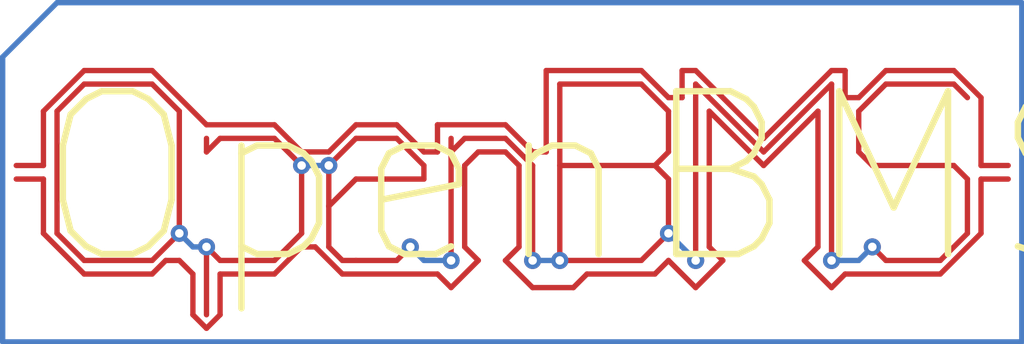
<source format=kicad_pcb>
(kicad_pcb (version 20171130) (host pcbnew 5.1.4-e60b266~84~ubuntu18.04.1)

  (general
    (thickness 1.6)
    (drawings 1)
    (tracks 162)
    (zones 0)
    (modules 0)
    (nets 1)
  )

  (page A4)
  (layers
    (0 F.Cu signal)
    (31 B.Cu signal)
    (32 B.Adhes user)
    (33 F.Adhes user)
    (34 B.Paste user)
    (35 F.Paste user)
    (36 B.SilkS user)
    (37 F.SilkS user hide)
    (38 B.Mask user)
    (39 F.Mask user)
    (40 Dwgs.User user)
    (41 Cmts.User user)
    (42 Eco1.User user)
    (43 Eco2.User user)
    (44 Edge.Cuts user)
    (45 Margin user)
    (46 B.CrtYd user)
    (47 F.CrtYd user)
    (48 B.Fab user)
    (49 F.Fab user)
  )

  (setup
    (last_trace_width 0.25)
    (trace_clearance 0.2)
    (zone_clearance 0.508)
    (zone_45_only no)
    (trace_min 0.2)
    (via_size 0.8)
    (via_drill 0.4)
    (via_min_size 0.4)
    (via_min_drill 0.3)
    (uvia_size 0.3)
    (uvia_drill 0.1)
    (uvias_allowed no)
    (uvia_min_size 0.2)
    (uvia_min_drill 0.1)
    (edge_width 0.1)
    (segment_width 0.2)
    (pcb_text_width 0.3)
    (pcb_text_size 1.5 1.5)
    (mod_edge_width 0.15)
    (mod_text_size 1 1)
    (mod_text_width 0.15)
    (pad_size 1.524 1.524)
    (pad_drill 0.762)
    (pad_to_mask_clearance 0)
    (aux_axis_origin 0 0)
    (visible_elements FFFFEF7F)
    (pcbplotparams
      (layerselection 0x010fc_ffffffff)
      (usegerberextensions false)
      (usegerberattributes false)
      (usegerberadvancedattributes false)
      (creategerberjobfile false)
      (excludeedgelayer true)
      (linewidth 0.100000)
      (plotframeref false)
      (viasonmask false)
      (mode 1)
      (useauxorigin false)
      (hpglpennumber 1)
      (hpglpenspeed 20)
      (hpglpendiameter 15.000000)
      (psnegative false)
      (psa4output false)
      (plotreference true)
      (plotvalue true)
      (plotinvisibletext false)
      (padsonsilk false)
      (subtractmaskfromsilk false)
      (outputformat 1)
      (mirror false)
      (drillshape 1)
      (scaleselection 1)
      (outputdirectory ""))
  )

  (net 0 "")

  (net_class Default "This is the default net class."
    (clearance 0.2)
    (trace_width 0.25)
    (via_dia 0.8)
    (via_drill 0.4)
    (uvia_dia 0.3)
    (uvia_drill 0.1)
  )

  (gr_text OpenBMS (at 127 101.6) (layer F.SilkS)
    (effects (font (size 7.62 7.62) (thickness 0.3)))
  )

  (segment (start 102.235 104.14) (end 102.235 98.425) (width 0.25) (layer F.Cu) (net 0))
  (segment (start 102.235 98.425) (end 103.505 97.155) (width 0.25) (layer F.Cu) (net 0))
  (segment (start 103.505 97.155) (end 106.68 97.155) (width 0.25) (layer F.Cu) (net 0))
  (segment (start 106.68 97.155) (end 107.95 98.425) (width 0.25) (layer F.Cu) (net 0))
  (segment (start 107.95 98.425) (end 107.95 104.14) (width 0.25) (layer F.Cu) (net 0))
  (segment (start 107.95 104.14) (end 106.68 105.41) (width 0.25) (layer F.Cu) (net 0))
  (segment (start 106.68 105.41) (end 103.505 105.41) (width 0.25) (layer F.Cu) (net 0))
  (segment (start 103.505 105.41) (end 102.235 104.14) (width 0.25) (layer F.Cu) (net 0))
  (segment (start 109.22 100.33) (end 109.855 99.695) (width 0.25) (layer F.Cu) (net 0))
  (segment (start 109.22 99.695) (end 109.22 100.33) (width 0.25) (layer F.Cu) (net 0))
  (segment (start 109.855 99.695) (end 112.395 99.695) (width 0.25) (layer F.Cu) (net 0))
  (segment (start 112.395 99.695) (end 113.665 100.965) (width 0.25) (layer F.Cu) (net 0))
  (segment (start 113.665 100.965) (end 113.665 104.14) (width 0.25) (layer F.Cu) (net 0))
  (segment (start 113.665 104.14) (end 112.395 105.41) (width 0.25) (layer F.Cu) (net 0))
  (segment (start 112.395 105.41) (end 109.855 105.41) (width 0.25) (layer F.Cu) (net 0))
  (segment (start 109.855 105.41) (end 109.22 104.775) (width 0.25) (layer F.Cu) (net 0))
  (segment (start 109.22 104.775) (end 109.22 107.95) (width 0.25) (layer F.Cu) (net 0))
  (segment (start 118.745 104.775) (end 118.11 105.41) (width 0.25) (layer F.Cu) (net 0))
  (segment (start 118.11 105.41) (end 116.205 105.41) (width 0.25) (layer F.Cu) (net 0))
  (segment (start 116.205 105.41) (end 115.57 105.41) (width 0.25) (layer F.Cu) (net 0))
  (segment (start 115.57 105.41) (end 114.935 104.775) (width 0.25) (layer F.Cu) (net 0))
  (segment (start 114.935 100.965) (end 116.205 99.695) (width 0.25) (layer F.Cu) (net 0))
  (segment (start 116.205 99.695) (end 118.11 99.695) (width 0.25) (layer F.Cu) (net 0))
  (segment (start 118.11 99.695) (end 119.38 100.965) (width 0.25) (layer F.Cu) (net 0))
  (segment (start 119.38 100.965) (end 119.38 101.6) (width 0.25) (layer F.Cu) (net 0))
  (segment (start 120.65 100.33) (end 120.65 105.41) (width 0.25) (layer F.Cu) (net 0))
  (segment (start 120.65 99.695) (end 120.65 100.33) (width 0.25) (layer F.Cu) (net 0))
  (segment (start 124.46 100.965) (end 124.46 105.41) (width 0.25) (layer F.Cu) (net 0))
  (segment (start 123.19 99.695) (end 124.46 100.965) (width 0.25) (layer F.Cu) (net 0))
  (segment (start 120.65 100.33) (end 121.285 99.695) (width 0.25) (layer F.Cu) (net 0))
  (segment (start 121.285 99.695) (end 123.19 99.695) (width 0.25) (layer F.Cu) (net 0))
  (segment (start 125.73 97.155) (end 125.73 105.41) (width 0.25) (layer F.Cu) (net 0))
  (segment (start 125.73 105.41) (end 129.54 105.41) (width 0.25) (layer F.Cu) (net 0))
  (segment (start 129.54 105.41) (end 130.81 104.14) (width 0.25) (layer F.Cu) (net 0))
  (segment (start 130.81 104.14) (end 130.81 101.6) (width 0.25) (layer F.Cu) (net 0))
  (segment (start 130.81 101.6) (end 130.175 100.965) (width 0.25) (layer F.Cu) (net 0))
  (segment (start 130.175 100.965) (end 130.81 100.33) (width 0.25) (layer F.Cu) (net 0))
  (segment (start 130.81 100.33) (end 130.81 98.425) (width 0.25) (layer F.Cu) (net 0))
  (segment (start 130.81 98.425) (end 129.54 97.155) (width 0.25) (layer F.Cu) (net 0))
  (segment (start 129.54 97.155) (end 125.73 97.155) (width 0.25) (layer F.Cu) (net 0))
  (segment (start 130.175 100.965) (end 125.73 100.965) (width 0.25) (layer F.Cu) (net 0))
  (segment (start 132.08 105.41) (end 132.08 97.155) (width 0.25) (layer F.Cu) (net 0))
  (segment (start 132.08 97.155) (end 135.255 100.33) (width 0.25) (layer F.Cu) (net 0))
  (segment (start 135.255 100.33) (end 138.43 97.155) (width 0.25) (layer F.Cu) (net 0))
  (segment (start 138.43 97.155) (end 138.43 105.41) (width 0.25) (layer F.Cu) (net 0))
  (segment (start 144.78 97.79) (end 144.145 97.155) (width 0.25) (layer F.Cu) (net 0))
  (segment (start 144.145 97.155) (end 140.97 97.155) (width 0.25) (layer F.Cu) (net 0))
  (segment (start 140.97 97.155) (end 139.7 98.425) (width 0.25) (layer F.Cu) (net 0))
  (segment (start 139.7 98.425) (end 139.7 100.33) (width 0.25) (layer F.Cu) (net 0))
  (segment (start 139.7 100.33) (end 140.335 100.965) (width 0.25) (layer F.Cu) (net 0))
  (segment (start 140.335 100.965) (end 144.145 100.965) (width 0.25) (layer F.Cu) (net 0))
  (segment (start 144.145 100.965) (end 144.78 101.6) (width 0.25) (layer F.Cu) (net 0))
  (segment (start 144.78 101.6) (end 144.78 104.14) (width 0.25) (layer F.Cu) (net 0))
  (segment (start 144.78 104.14) (end 143.51 105.41) (width 0.25) (layer F.Cu) (net 0))
  (segment (start 143.51 105.41) (end 140.97 105.41) (width 0.25) (layer F.Cu) (net 0))
  (segment (start 140.97 105.41) (end 140.335 104.775) (width 0.25) (layer F.Cu) (net 0))
  (segment (start 114.935 104.775) (end 114.935 102.87) (width 0.25) (layer F.Cu) (net 0))
  (segment (start 116.205 101.6) (end 114.935 102.87) (width 0.25) (layer F.Cu) (net 0))
  (segment (start 119.38 101.6) (end 116.205 101.6) (width 0.25) (layer F.Cu) (net 0))
  (segment (start 114.935 102.87) (end 114.935 100.965) (width 0.25) (layer F.Cu) (net 0))
  (via (at 138.43 105.41) (size 0.8) (drill 0.4) (layers F.Cu B.Cu) (net 0))
  (via (at 132.08 105.41) (size 0.8) (drill 0.4) (layers F.Cu B.Cu) (net 0))
  (via (at 140.335 104.775) (size 0.8) (drill 0.4) (layers F.Cu B.Cu) (net 0))
  (segment (start 139.7 105.41) (end 140.335 104.775) (width 0.25) (layer B.Cu) (net 0))
  (segment (start 138.43 105.41) (end 139.7 105.41) (width 0.25) (layer B.Cu) (net 0))
  (via (at 130.81 104.14) (size 0.8) (drill 0.4) (layers F.Cu B.Cu) (net 0))
  (segment (start 132.08 105.41) (end 130.81 104.14) (width 0.25) (layer B.Cu) (net 0))
  (via (at 124.46 105.41) (size 0.8) (drill 0.4) (layers F.Cu B.Cu) (net 0))
  (via (at 125.73 105.41) (size 0.8) (drill 0.4) (layers F.Cu B.Cu) (net 0))
  (segment (start 125.73 105.41) (end 124.46 105.41) (width 0.25) (layer B.Cu) (net 0))
  (via (at 120.65 105.41) (size 0.8) (drill 0.4) (layers F.Cu B.Cu) (net 0))
  (via (at 118.745 104.775) (size 0.8) (drill 0.4) (layers F.Cu B.Cu) (net 0))
  (segment (start 120.65 105.41) (end 119.38 105.41) (width 0.25) (layer B.Cu) (net 0))
  (segment (start 119.38 105.41) (end 118.745 104.775) (width 0.25) (layer B.Cu) (net 0))
  (via (at 113.665 100.965) (size 0.8) (drill 0.4) (layers F.Cu B.Cu) (net 0))
  (via (at 114.935 100.965) (size 0.8) (drill 0.4) (layers F.Cu B.Cu) (net 0))
  (segment (start 114.935 100.965) (end 113.665 100.965) (width 0.25) (layer B.Cu) (net 0))
  (via (at 109.22 104.775) (size 0.8) (drill 0.4) (layers F.Cu B.Cu) (net 0))
  (via (at 107.95 104.14) (size 0.8) (drill 0.4) (layers F.Cu B.Cu) (net 0))
  (segment (start 109.22 104.775) (end 108.585 104.775) (width 0.25) (layer B.Cu) (net 0))
  (segment (start 108.585 104.775) (end 107.95 104.14) (width 0.25) (layer B.Cu) (net 0))
  (segment (start 145.415 100.965) (end 146.685 100.965) (width 0.25) (layer F.Cu) (net 0))
  (segment (start 144.145 96.52) (end 145.415 97.79) (width 0.25) (layer F.Cu) (net 0))
  (segment (start 140.97 96.52) (end 144.145 96.52) (width 0.25) (layer F.Cu) (net 0))
  (segment (start 145.415 97.79) (end 145.415 100.965) (width 0.25) (layer F.Cu) (net 0))
  (segment (start 139.065 96.52) (end 139.065 97.79) (width 0.25) (layer F.Cu) (net 0))
  (segment (start 138.43 96.52) (end 139.065 96.52) (width 0.25) (layer F.Cu) (net 0))
  (segment (start 135.255 99.695) (end 138.43 96.52) (width 0.25) (layer F.Cu) (net 0))
  (segment (start 132.08 96.52) (end 135.255 99.695) (width 0.25) (layer F.Cu) (net 0))
  (segment (start 131.445 96.52) (end 132.08 96.52) (width 0.25) (layer F.Cu) (net 0))
  (segment (start 131.445 97.79) (end 131.445 96.52) (width 0.25) (layer F.Cu) (net 0))
  (segment (start 130.81 97.79) (end 131.445 97.79) (width 0.25) (layer F.Cu) (net 0))
  (segment (start 139.7 97.79) (end 140.97 96.52) (width 0.25) (layer F.Cu) (net 0))
  (segment (start 125.095 96.52) (end 129.54 96.52) (width 0.25) (layer F.Cu) (net 0))
  (segment (start 139.065 97.79) (end 139.7 97.79) (width 0.25) (layer F.Cu) (net 0))
  (segment (start 125.095 100.33) (end 125.095 96.52) (width 0.25) (layer F.Cu) (net 0))
  (segment (start 114.935 100.33) (end 116.205 99.06) (width 0.25) (layer F.Cu) (net 0))
  (segment (start 101.6 98.425) (end 103.505 96.52) (width 0.25) (layer F.Cu) (net 0))
  (segment (start 129.54 96.52) (end 130.81 97.79) (width 0.25) (layer F.Cu) (net 0))
  (segment (start 103.505 96.52) (end 106.68 96.52) (width 0.25) (layer F.Cu) (net 0))
  (segment (start 109.22 99.06) (end 112.395 99.06) (width 0.25) (layer F.Cu) (net 0))
  (segment (start 113.665 100.33) (end 114.935 100.33) (width 0.25) (layer F.Cu) (net 0))
  (segment (start 124.46 100.33) (end 125.095 100.33) (width 0.25) (layer F.Cu) (net 0))
  (segment (start 116.205 99.06) (end 118.11 99.06) (width 0.25) (layer F.Cu) (net 0))
  (segment (start 100.33 100.965) (end 101.6 100.965) (width 0.25) (layer F.Cu) (net 0))
  (segment (start 106.68 96.52) (end 109.22 99.06) (width 0.25) (layer F.Cu) (net 0))
  (segment (start 101.6 100.965) (end 101.6 98.425) (width 0.25) (layer F.Cu) (net 0))
  (segment (start 120.015 99.06) (end 123.19 99.06) (width 0.25) (layer F.Cu) (net 0))
  (segment (start 118.11 99.06) (end 119.38 100.33) (width 0.25) (layer F.Cu) (net 0))
  (segment (start 119.38 100.33) (end 120.015 100.33) (width 0.25) (layer F.Cu) (net 0))
  (segment (start 120.015 100.33) (end 120.015 99.06) (width 0.25) (layer F.Cu) (net 0))
  (segment (start 112.395 99.06) (end 113.665 100.33) (width 0.25) (layer F.Cu) (net 0))
  (segment (start 123.19 99.06) (end 124.46 100.33) (width 0.25) (layer F.Cu) (net 0))
  (segment (start 145.415 101.6) (end 146.685 101.6) (width 0.25) (layer F.Cu) (net 0))
  (segment (start 145.415 104.14) (end 145.415 101.6) (width 0.25) (layer F.Cu) (net 0))
  (segment (start 143.51 106.045) (end 145.415 104.14) (width 0.25) (layer F.Cu) (net 0))
  (segment (start 139.065 106.045) (end 143.51 106.045) (width 0.25) (layer F.Cu) (net 0))
  (segment (start 109.22 108.585) (end 109.855 107.95) (width 0.25) (layer F.Cu) (net 0))
  (segment (start 108.585 107.95) (end 109.22 108.585) (width 0.25) (layer F.Cu) (net 0))
  (segment (start 109.855 107.95) (end 109.855 106.045) (width 0.25) (layer F.Cu) (net 0))
  (segment (start 100.33 101.6) (end 101.6 101.6) (width 0.25) (layer F.Cu) (net 0))
  (segment (start 109.855 106.045) (end 112.395 106.045) (width 0.25) (layer F.Cu) (net 0))
  (segment (start 130.175 106.045) (end 130.81 105.41) (width 0.25) (layer F.Cu) (net 0))
  (segment (start 114.3 104.775) (end 115.57 106.045) (width 0.25) (layer F.Cu) (net 0))
  (segment (start 132.715 98.425) (end 135.255 100.965) (width 0.25) (layer F.Cu) (net 0))
  (segment (start 137.16 105.41) (end 138.43 106.68) (width 0.25) (layer F.Cu) (net 0))
  (segment (start 126.365 106.68) (end 127 106.045) (width 0.25) (layer F.Cu) (net 0))
  (segment (start 120.65 106.68) (end 121.92 105.41) (width 0.25) (layer F.Cu) (net 0))
  (segment (start 121.92 100.33) (end 123.19 100.33) (width 0.25) (layer F.Cu) (net 0))
  (segment (start 137.795 104.775) (end 137.16 105.41) (width 0.25) (layer F.Cu) (net 0))
  (segment (start 124.46 106.68) (end 126.365 106.68) (width 0.25) (layer F.Cu) (net 0))
  (segment (start 108.585 106.045) (end 108.585 107.95) (width 0.25) (layer F.Cu) (net 0))
  (segment (start 106.68 106.045) (end 107.315 105.41) (width 0.25) (layer F.Cu) (net 0))
  (segment (start 107.315 105.41) (end 107.95 105.41) (width 0.25) (layer F.Cu) (net 0))
  (segment (start 123.19 100.33) (end 123.825 100.965) (width 0.25) (layer F.Cu) (net 0))
  (segment (start 121.92 105.41) (end 121.285 104.775) (width 0.25) (layer F.Cu) (net 0))
  (segment (start 123.825 104.775) (end 123.19 105.41) (width 0.25) (layer F.Cu) (net 0))
  (segment (start 137.795 98.425) (end 137.795 104.775) (width 0.25) (layer F.Cu) (net 0))
  (segment (start 120.015 106.045) (end 120.65 106.68) (width 0.25) (layer F.Cu) (net 0))
  (segment (start 103.505 106.045) (end 106.68 106.045) (width 0.25) (layer F.Cu) (net 0))
  (segment (start 121.285 100.965) (end 121.92 100.33) (width 0.25) (layer F.Cu) (net 0))
  (segment (start 123.19 105.41) (end 124.46 106.68) (width 0.25) (layer F.Cu) (net 0))
  (segment (start 101.6 104.14) (end 103.505 106.045) (width 0.25) (layer F.Cu) (net 0))
  (segment (start 123.825 100.965) (end 123.825 104.775) (width 0.25) (layer F.Cu) (net 0))
  (segment (start 138.43 106.68) (end 139.065 106.045) (width 0.25) (layer F.Cu) (net 0))
  (segment (start 127 106.045) (end 130.175 106.045) (width 0.25) (layer F.Cu) (net 0))
  (segment (start 112.395 106.045) (end 113.665 104.775) (width 0.25) (layer F.Cu) (net 0))
  (segment (start 107.95 105.41) (end 108.585 106.045) (width 0.25) (layer F.Cu) (net 0))
  (segment (start 130.81 105.41) (end 132.08 106.68) (width 0.25) (layer F.Cu) (net 0))
  (segment (start 115.57 106.045) (end 120.015 106.045) (width 0.25) (layer F.Cu) (net 0))
  (segment (start 121.285 104.775) (end 121.285 100.965) (width 0.25) (layer F.Cu) (net 0))
  (segment (start 135.255 100.965) (end 137.795 98.425) (width 0.25) (layer F.Cu) (net 0))
  (segment (start 113.665 104.775) (end 114.3 104.775) (width 0.25) (layer F.Cu) (net 0))
  (segment (start 101.6 101.6) (end 101.6 104.14) (width 0.25) (layer F.Cu) (net 0))
  (segment (start 132.08 106.68) (end 133.35 105.41) (width 0.25) (layer F.Cu) (net 0))
  (segment (start 133.35 105.41) (end 132.715 104.775) (width 0.25) (layer F.Cu) (net 0))
  (segment (start 132.715 104.775) (end 132.715 98.425) (width 0.25) (layer F.Cu) (net 0))
  (segment (start 99.695 109.22) (end 99.695 95.885) (width 0.25) (layer B.Cu) (net 0))
  (segment (start 147.32 109.22) (end 99.695 109.22) (width 0.25) (layer B.Cu) (net 0))
  (segment (start 147.32 93.345) (end 147.32 109.22) (width 0.25) (layer B.Cu) (net 0))
  (segment (start 99.695 95.885) (end 102.235 93.345) (width 0.25) (layer B.Cu) (net 0))
  (segment (start 102.235 93.345) (end 147.32 93.345) (width 0.25) (layer B.Cu) (net 0))

)

</source>
